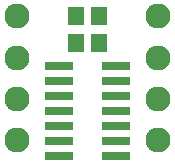
<source format=gbr>
G04 EAGLE Gerber RS-274X export*
G75*
%MOMM*%
%FSLAX34Y34*%
%LPD*%
%INSoldermask Top*%
%IPPOS*%
%AMOC8*
5,1,8,0,0,1.08239X$1,22.5*%
G01*
%ADD10R,1.427000X1.627000*%
%ADD11C,2.127000*%
%ADD12R,2.413000X0.736600*%


D10*
X65500Y152500D03*
X84500Y152500D03*
D11*
X15000Y140000D03*
X15000Y105000D03*
X15000Y70000D03*
X15000Y175000D03*
X135000Y140000D03*
X135000Y105000D03*
X135000Y70000D03*
X135000Y175000D03*
D10*
X65500Y175000D03*
X84500Y175000D03*
D12*
X50870Y133100D03*
X50870Y120400D03*
X50870Y107700D03*
X50870Y95000D03*
X50870Y82300D03*
X50870Y69600D03*
X50870Y56900D03*
X99130Y56900D03*
X99130Y69600D03*
X99130Y82300D03*
X99130Y95000D03*
X99130Y107700D03*
X99130Y120400D03*
X99130Y133100D03*
M02*

</source>
